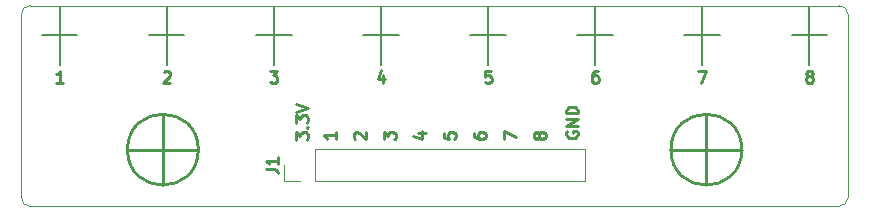
<source format=gbr>
%TF.GenerationSoftware,KiCad,Pcbnew,7.0.1*%
%TF.CreationDate,2023-08-30T00:52:31-03:00*%
%TF.ProjectId,QRE1113_Line_Sensors_x8,51524531-3131-4335-9f4c-696e655f5365,rev?*%
%TF.SameCoordinates,Original*%
%TF.FileFunction,Legend,Top*%
%TF.FilePolarity,Positive*%
%FSLAX46Y46*%
G04 Gerber Fmt 4.6, Leading zero omitted, Abs format (unit mm)*
G04 Created by KiCad (PCBNEW 7.0.1) date 2023-08-30 00:52:31*
%MOMM*%
%LPD*%
G01*
G04 APERTURE LIST*
%ADD10C,0.150000*%
%ADD11C,0.250000*%
%ADD12C,0.254000*%
%ADD13C,0.120000*%
%TA.AperFunction,Profile*%
%ADD14C,0.100000*%
%TD*%
G04 APERTURE END LIST*
D10*
X146383134Y-58280000D02*
X146383134Y-63280000D01*
X164516268Y-60780000D02*
X166016268Y-60780000D01*
X182649402Y-60780000D02*
X184149402Y-60780000D01*
X173582835Y-60780000D02*
X175082835Y-60780000D01*
X173582835Y-60780000D02*
X172082835Y-60780000D01*
X191715969Y-60780000D02*
X190215969Y-60780000D01*
X173582835Y-58280000D02*
X173582835Y-63280000D01*
X155449701Y-60780000D02*
X156949701Y-60780000D01*
X182649402Y-60780000D02*
X181149402Y-60780000D01*
X137316567Y-60780000D02*
X138816567Y-60780000D01*
X128250000Y-60780000D02*
X129750000Y-60780000D01*
X128250000Y-60780000D02*
X126750000Y-60780000D01*
X164516268Y-58280000D02*
X164516268Y-63280000D01*
X182649402Y-58280000D02*
X182649402Y-63280000D01*
X146383134Y-60780000D02*
X144883134Y-60780000D01*
X146383134Y-60780000D02*
X147883134Y-60780000D01*
X191715969Y-58280000D02*
X191715969Y-63280000D01*
X155449701Y-60780000D02*
X153949701Y-60780000D01*
X137316567Y-60780000D02*
X135816567Y-60780000D01*
X191715969Y-60780000D02*
X193215969Y-60780000D01*
X137316567Y-58280000D02*
X137316567Y-63280000D01*
X155449701Y-58280000D02*
X155449701Y-63280000D01*
X128250000Y-58280000D02*
X128250000Y-63280000D01*
X164516268Y-60780000D02*
X163016268Y-60780000D01*
D11*
X148255119Y-69597142D02*
X148255119Y-68978095D01*
X148255119Y-68978095D02*
X148636071Y-69311428D01*
X148636071Y-69311428D02*
X148636071Y-69168571D01*
X148636071Y-69168571D02*
X148683690Y-69073333D01*
X148683690Y-69073333D02*
X148731309Y-69025714D01*
X148731309Y-69025714D02*
X148826547Y-68978095D01*
X148826547Y-68978095D02*
X149064642Y-68978095D01*
X149064642Y-68978095D02*
X149159880Y-69025714D01*
X149159880Y-69025714D02*
X149207500Y-69073333D01*
X149207500Y-69073333D02*
X149255119Y-69168571D01*
X149255119Y-69168571D02*
X149255119Y-69454285D01*
X149255119Y-69454285D02*
X149207500Y-69549523D01*
X149207500Y-69549523D02*
X149159880Y-69597142D01*
X149159880Y-68549523D02*
X149207500Y-68501904D01*
X149207500Y-68501904D02*
X149255119Y-68549523D01*
X149255119Y-68549523D02*
X149207500Y-68597142D01*
X149207500Y-68597142D02*
X149159880Y-68549523D01*
X149159880Y-68549523D02*
X149255119Y-68549523D01*
X148255119Y-68168571D02*
X148255119Y-67549524D01*
X148255119Y-67549524D02*
X148636071Y-67882857D01*
X148636071Y-67882857D02*
X148636071Y-67740000D01*
X148636071Y-67740000D02*
X148683690Y-67644762D01*
X148683690Y-67644762D02*
X148731309Y-67597143D01*
X148731309Y-67597143D02*
X148826547Y-67549524D01*
X148826547Y-67549524D02*
X149064642Y-67549524D01*
X149064642Y-67549524D02*
X149159880Y-67597143D01*
X149159880Y-67597143D02*
X149207500Y-67644762D01*
X149207500Y-67644762D02*
X149255119Y-67740000D01*
X149255119Y-67740000D02*
X149255119Y-68025714D01*
X149255119Y-68025714D02*
X149207500Y-68120952D01*
X149207500Y-68120952D02*
X149159880Y-68168571D01*
X148255119Y-67263809D02*
X149255119Y-66930476D01*
X149255119Y-66930476D02*
X148255119Y-66597143D01*
X155687619Y-69577142D02*
X155687619Y-68958095D01*
X155687619Y-68958095D02*
X156068571Y-69291428D01*
X156068571Y-69291428D02*
X156068571Y-69148571D01*
X156068571Y-69148571D02*
X156116190Y-69053333D01*
X156116190Y-69053333D02*
X156163809Y-69005714D01*
X156163809Y-69005714D02*
X156259047Y-68958095D01*
X156259047Y-68958095D02*
X156497142Y-68958095D01*
X156497142Y-68958095D02*
X156592380Y-69005714D01*
X156592380Y-69005714D02*
X156640000Y-69053333D01*
X156640000Y-69053333D02*
X156687619Y-69148571D01*
X156687619Y-69148571D02*
X156687619Y-69434285D01*
X156687619Y-69434285D02*
X156640000Y-69529523D01*
X156640000Y-69529523D02*
X156592380Y-69577142D01*
X153242857Y-69529523D02*
X153195238Y-69481904D01*
X153195238Y-69481904D02*
X153147619Y-69386666D01*
X153147619Y-69386666D02*
X153147619Y-69148571D01*
X153147619Y-69148571D02*
X153195238Y-69053333D01*
X153195238Y-69053333D02*
X153242857Y-69005714D01*
X153242857Y-69005714D02*
X153338095Y-68958095D01*
X153338095Y-68958095D02*
X153433333Y-68958095D01*
X153433333Y-68958095D02*
X153576190Y-69005714D01*
X153576190Y-69005714D02*
X154147619Y-69577142D01*
X154147619Y-69577142D02*
X154147619Y-68958095D01*
X163307619Y-69053333D02*
X163307619Y-69243809D01*
X163307619Y-69243809D02*
X163355238Y-69339047D01*
X163355238Y-69339047D02*
X163402857Y-69386666D01*
X163402857Y-69386666D02*
X163545714Y-69481904D01*
X163545714Y-69481904D02*
X163736190Y-69529523D01*
X163736190Y-69529523D02*
X164117142Y-69529523D01*
X164117142Y-69529523D02*
X164212380Y-69481904D01*
X164212380Y-69481904D02*
X164260000Y-69434285D01*
X164260000Y-69434285D02*
X164307619Y-69339047D01*
X164307619Y-69339047D02*
X164307619Y-69148571D01*
X164307619Y-69148571D02*
X164260000Y-69053333D01*
X164260000Y-69053333D02*
X164212380Y-69005714D01*
X164212380Y-69005714D02*
X164117142Y-68958095D01*
X164117142Y-68958095D02*
X163879047Y-68958095D01*
X163879047Y-68958095D02*
X163783809Y-69005714D01*
X163783809Y-69005714D02*
X163736190Y-69053333D01*
X163736190Y-69053333D02*
X163688571Y-69148571D01*
X163688571Y-69148571D02*
X163688571Y-69339047D01*
X163688571Y-69339047D02*
X163736190Y-69434285D01*
X163736190Y-69434285D02*
X163783809Y-69481904D01*
X163783809Y-69481904D02*
X163879047Y-69529523D01*
X151607619Y-68958095D02*
X151607619Y-69529523D01*
X151607619Y-69243809D02*
X150607619Y-69243809D01*
X150607619Y-69243809D02*
X150750476Y-69339047D01*
X150750476Y-69339047D02*
X150845714Y-69434285D01*
X150845714Y-69434285D02*
X150893333Y-69529523D01*
X182332259Y-63787619D02*
X182998925Y-63787619D01*
X182998925Y-63787619D02*
X182570354Y-64787619D01*
X137047043Y-63882857D02*
X137094662Y-63835238D01*
X137094662Y-63835238D02*
X137189900Y-63787619D01*
X137189900Y-63787619D02*
X137427995Y-63787619D01*
X137427995Y-63787619D02*
X137523233Y-63835238D01*
X137523233Y-63835238D02*
X137570852Y-63882857D01*
X137570852Y-63882857D02*
X137618471Y-63978095D01*
X137618471Y-63978095D02*
X137618471Y-64073333D01*
X137618471Y-64073333D02*
X137570852Y-64216190D01*
X137570852Y-64216190D02*
X136999424Y-64787619D01*
X136999424Y-64787619D02*
X137618471Y-64787619D01*
X165847619Y-69577142D02*
X165847619Y-68910476D01*
X165847619Y-68910476D02*
X166847619Y-69339047D01*
X160767619Y-69005714D02*
X160767619Y-69481904D01*
X160767619Y-69481904D02*
X161243809Y-69529523D01*
X161243809Y-69529523D02*
X161196190Y-69481904D01*
X161196190Y-69481904D02*
X161148571Y-69386666D01*
X161148571Y-69386666D02*
X161148571Y-69148571D01*
X161148571Y-69148571D02*
X161196190Y-69053333D01*
X161196190Y-69053333D02*
X161243809Y-69005714D01*
X161243809Y-69005714D02*
X161339047Y-68958095D01*
X161339047Y-68958095D02*
X161577142Y-68958095D01*
X161577142Y-68958095D02*
X161672380Y-69005714D01*
X161672380Y-69005714D02*
X161720000Y-69053333D01*
X161720000Y-69053333D02*
X161767619Y-69148571D01*
X161767619Y-69148571D02*
X161767619Y-69386666D01*
X161767619Y-69386666D02*
X161720000Y-69481904D01*
X161720000Y-69481904D02*
X161672380Y-69529523D01*
X158560952Y-69053333D02*
X159227619Y-69053333D01*
X158180000Y-69291428D02*
X158894285Y-69529523D01*
X158894285Y-69529523D02*
X158894285Y-68910476D01*
X155656367Y-64120952D02*
X155656367Y-64787619D01*
X155418272Y-63740000D02*
X155180177Y-64454285D01*
X155180177Y-64454285D02*
X155799224Y-64454285D01*
X171162738Y-68908095D02*
X171115119Y-69003333D01*
X171115119Y-69003333D02*
X171115119Y-69146190D01*
X171115119Y-69146190D02*
X171162738Y-69289047D01*
X171162738Y-69289047D02*
X171257976Y-69384285D01*
X171257976Y-69384285D02*
X171353214Y-69431904D01*
X171353214Y-69431904D02*
X171543690Y-69479523D01*
X171543690Y-69479523D02*
X171686547Y-69479523D01*
X171686547Y-69479523D02*
X171877023Y-69431904D01*
X171877023Y-69431904D02*
X171972261Y-69384285D01*
X171972261Y-69384285D02*
X172067500Y-69289047D01*
X172067500Y-69289047D02*
X172115119Y-69146190D01*
X172115119Y-69146190D02*
X172115119Y-69050952D01*
X172115119Y-69050952D02*
X172067500Y-68908095D01*
X172067500Y-68908095D02*
X172019880Y-68860476D01*
X172019880Y-68860476D02*
X171686547Y-68860476D01*
X171686547Y-68860476D02*
X171686547Y-69050952D01*
X172115119Y-68431904D02*
X171115119Y-68431904D01*
X171115119Y-68431904D02*
X172115119Y-67860476D01*
X172115119Y-67860476D02*
X171115119Y-67860476D01*
X172115119Y-67384285D02*
X171115119Y-67384285D01*
X171115119Y-67384285D02*
X171115119Y-67146190D01*
X171115119Y-67146190D02*
X171162738Y-67003333D01*
X171162738Y-67003333D02*
X171257976Y-66908095D01*
X171257976Y-66908095D02*
X171353214Y-66860476D01*
X171353214Y-66860476D02*
X171543690Y-66812857D01*
X171543690Y-66812857D02*
X171686547Y-66812857D01*
X171686547Y-66812857D02*
X171877023Y-66860476D01*
X171877023Y-66860476D02*
X171972261Y-66908095D01*
X171972261Y-66908095D02*
X172067500Y-67003333D01*
X172067500Y-67003333D02*
X172115119Y-67146190D01*
X172115119Y-67146190D02*
X172115119Y-67384285D01*
X128551904Y-64787619D02*
X127980476Y-64787619D01*
X128266190Y-64787619D02*
X128266190Y-63787619D01*
X128266190Y-63787619D02*
X128170952Y-63930476D01*
X128170952Y-63930476D02*
X128075714Y-64025714D01*
X128075714Y-64025714D02*
X127980476Y-64073333D01*
X173789501Y-63787619D02*
X173599025Y-63787619D01*
X173599025Y-63787619D02*
X173503787Y-63835238D01*
X173503787Y-63835238D02*
X173456168Y-63882857D01*
X173456168Y-63882857D02*
X173360930Y-64025714D01*
X173360930Y-64025714D02*
X173313311Y-64216190D01*
X173313311Y-64216190D02*
X173313311Y-64597142D01*
X173313311Y-64597142D02*
X173360930Y-64692380D01*
X173360930Y-64692380D02*
X173408549Y-64740000D01*
X173408549Y-64740000D02*
X173503787Y-64787619D01*
X173503787Y-64787619D02*
X173694263Y-64787619D01*
X173694263Y-64787619D02*
X173789501Y-64740000D01*
X173789501Y-64740000D02*
X173837120Y-64692380D01*
X173837120Y-64692380D02*
X173884739Y-64597142D01*
X173884739Y-64597142D02*
X173884739Y-64359047D01*
X173884739Y-64359047D02*
X173837120Y-64263809D01*
X173837120Y-64263809D02*
X173789501Y-64216190D01*
X173789501Y-64216190D02*
X173694263Y-64168571D01*
X173694263Y-64168571D02*
X173503787Y-64168571D01*
X173503787Y-64168571D02*
X173408549Y-64216190D01*
X173408549Y-64216190D02*
X173360930Y-64263809D01*
X173360930Y-64263809D02*
X173313311Y-64359047D01*
X164770553Y-63787619D02*
X164294363Y-63787619D01*
X164294363Y-63787619D02*
X164246744Y-64263809D01*
X164246744Y-64263809D02*
X164294363Y-64216190D01*
X164294363Y-64216190D02*
X164389601Y-64168571D01*
X164389601Y-64168571D02*
X164627696Y-64168571D01*
X164627696Y-64168571D02*
X164722934Y-64216190D01*
X164722934Y-64216190D02*
X164770553Y-64263809D01*
X164770553Y-64263809D02*
X164818172Y-64359047D01*
X164818172Y-64359047D02*
X164818172Y-64597142D01*
X164818172Y-64597142D02*
X164770553Y-64692380D01*
X164770553Y-64692380D02*
X164722934Y-64740000D01*
X164722934Y-64740000D02*
X164627696Y-64787619D01*
X164627696Y-64787619D02*
X164389601Y-64787619D01*
X164389601Y-64787619D02*
X164294363Y-64740000D01*
X164294363Y-64740000D02*
X164246744Y-64692380D01*
X146065991Y-63787619D02*
X146685038Y-63787619D01*
X146685038Y-63787619D02*
X146351705Y-64168571D01*
X146351705Y-64168571D02*
X146494562Y-64168571D01*
X146494562Y-64168571D02*
X146589800Y-64216190D01*
X146589800Y-64216190D02*
X146637419Y-64263809D01*
X146637419Y-64263809D02*
X146685038Y-64359047D01*
X146685038Y-64359047D02*
X146685038Y-64597142D01*
X146685038Y-64597142D02*
X146637419Y-64692380D01*
X146637419Y-64692380D02*
X146589800Y-64740000D01*
X146589800Y-64740000D02*
X146494562Y-64787619D01*
X146494562Y-64787619D02*
X146208848Y-64787619D01*
X146208848Y-64787619D02*
X146113610Y-64740000D01*
X146113610Y-64740000D02*
X146065991Y-64692380D01*
X168816190Y-69339047D02*
X168768571Y-69434285D01*
X168768571Y-69434285D02*
X168720952Y-69481904D01*
X168720952Y-69481904D02*
X168625714Y-69529523D01*
X168625714Y-69529523D02*
X168578095Y-69529523D01*
X168578095Y-69529523D02*
X168482857Y-69481904D01*
X168482857Y-69481904D02*
X168435238Y-69434285D01*
X168435238Y-69434285D02*
X168387619Y-69339047D01*
X168387619Y-69339047D02*
X168387619Y-69148571D01*
X168387619Y-69148571D02*
X168435238Y-69053333D01*
X168435238Y-69053333D02*
X168482857Y-69005714D01*
X168482857Y-69005714D02*
X168578095Y-68958095D01*
X168578095Y-68958095D02*
X168625714Y-68958095D01*
X168625714Y-68958095D02*
X168720952Y-69005714D01*
X168720952Y-69005714D02*
X168768571Y-69053333D01*
X168768571Y-69053333D02*
X168816190Y-69148571D01*
X168816190Y-69148571D02*
X168816190Y-69339047D01*
X168816190Y-69339047D02*
X168863809Y-69434285D01*
X168863809Y-69434285D02*
X168911428Y-69481904D01*
X168911428Y-69481904D02*
X169006666Y-69529523D01*
X169006666Y-69529523D02*
X169197142Y-69529523D01*
X169197142Y-69529523D02*
X169292380Y-69481904D01*
X169292380Y-69481904D02*
X169340000Y-69434285D01*
X169340000Y-69434285D02*
X169387619Y-69339047D01*
X169387619Y-69339047D02*
X169387619Y-69148571D01*
X169387619Y-69148571D02*
X169340000Y-69053333D01*
X169340000Y-69053333D02*
X169292380Y-69005714D01*
X169292380Y-69005714D02*
X169197142Y-68958095D01*
X169197142Y-68958095D02*
X169006666Y-68958095D01*
X169006666Y-68958095D02*
X168911428Y-69005714D01*
X168911428Y-69005714D02*
X168863809Y-69053333D01*
X168863809Y-69053333D02*
X168816190Y-69148571D01*
X191636921Y-64216190D02*
X191541683Y-64168571D01*
X191541683Y-64168571D02*
X191494064Y-64120952D01*
X191494064Y-64120952D02*
X191446445Y-64025714D01*
X191446445Y-64025714D02*
X191446445Y-63978095D01*
X191446445Y-63978095D02*
X191494064Y-63882857D01*
X191494064Y-63882857D02*
X191541683Y-63835238D01*
X191541683Y-63835238D02*
X191636921Y-63787619D01*
X191636921Y-63787619D02*
X191827397Y-63787619D01*
X191827397Y-63787619D02*
X191922635Y-63835238D01*
X191922635Y-63835238D02*
X191970254Y-63882857D01*
X191970254Y-63882857D02*
X192017873Y-63978095D01*
X192017873Y-63978095D02*
X192017873Y-64025714D01*
X192017873Y-64025714D02*
X191970254Y-64120952D01*
X191970254Y-64120952D02*
X191922635Y-64168571D01*
X191922635Y-64168571D02*
X191827397Y-64216190D01*
X191827397Y-64216190D02*
X191636921Y-64216190D01*
X191636921Y-64216190D02*
X191541683Y-64263809D01*
X191541683Y-64263809D02*
X191494064Y-64311428D01*
X191494064Y-64311428D02*
X191446445Y-64406666D01*
X191446445Y-64406666D02*
X191446445Y-64597142D01*
X191446445Y-64597142D02*
X191494064Y-64692380D01*
X191494064Y-64692380D02*
X191541683Y-64740000D01*
X191541683Y-64740000D02*
X191636921Y-64787619D01*
X191636921Y-64787619D02*
X191827397Y-64787619D01*
X191827397Y-64787619D02*
X191922635Y-64740000D01*
X191922635Y-64740000D02*
X191970254Y-64692380D01*
X191970254Y-64692380D02*
X192017873Y-64597142D01*
X192017873Y-64597142D02*
X192017873Y-64406666D01*
X192017873Y-64406666D02*
X191970254Y-64311428D01*
X191970254Y-64311428D02*
X191922635Y-64263809D01*
X191922635Y-64263809D02*
X191827397Y-64216190D01*
%TO.C,J1*%
X145697619Y-72085333D02*
X146411904Y-72085333D01*
X146411904Y-72085333D02*
X146554761Y-72132952D01*
X146554761Y-72132952D02*
X146650000Y-72228190D01*
X146650000Y-72228190D02*
X146697619Y-72371047D01*
X146697619Y-72371047D02*
X146697619Y-72466285D01*
X146697619Y-71085333D02*
X146697619Y-71656761D01*
X146697619Y-71371047D02*
X145697619Y-71371047D01*
X145697619Y-71371047D02*
X145840476Y-71466285D01*
X145840476Y-71466285D02*
X145935714Y-71561523D01*
X145935714Y-71561523D02*
X145983333Y-71656761D01*
D12*
%TO.C,H1*%
X133990000Y-70450000D02*
X139990000Y-70450000D01*
X136990000Y-67450000D02*
X136990000Y-73450000D01*
X139990000Y-70450000D02*
G75*
G03*
X139990000Y-70450000I-3000000J0D01*
G01*
%TO.C,H2*%
X180000000Y-70450000D02*
X186000000Y-70450000D01*
X183000000Y-67450000D02*
X183000000Y-73450000D01*
X186000000Y-70450000D02*
G75*
G03*
X186000000Y-70450000I-3000000J0D01*
G01*
D13*
%TO.C,J1*%
X147235000Y-73082000D02*
X147235000Y-71752000D01*
X148565000Y-73082000D02*
X147235000Y-73082000D01*
X149835000Y-73082000D02*
X172755000Y-73082000D01*
X149835000Y-73082000D02*
X149835000Y-70422000D01*
X172755000Y-73082000D02*
X172755000Y-70422000D01*
X149835000Y-70422000D02*
X172755000Y-70422000D01*
%TD*%
D14*
X194250000Y-75250000D02*
X125750000Y-75250000D01*
X125750000Y-58250000D02*
X194250000Y-58250000D01*
X195000000Y-59000000D02*
X195000000Y-74500000D01*
X195000000Y-59000000D02*
G75*
G03*
X194250000Y-58250000I-750000J0D01*
G01*
X125000000Y-74500000D02*
X125000000Y-59000000D01*
X125000000Y-74500000D02*
G75*
G03*
X125750000Y-75250000I750000J0D01*
G01*
X194250000Y-75250000D02*
G75*
G03*
X195000000Y-74500000I0J750000D01*
G01*
X125750000Y-58250000D02*
G75*
G03*
X125000000Y-59000000I0J-750000D01*
G01*
M02*

</source>
